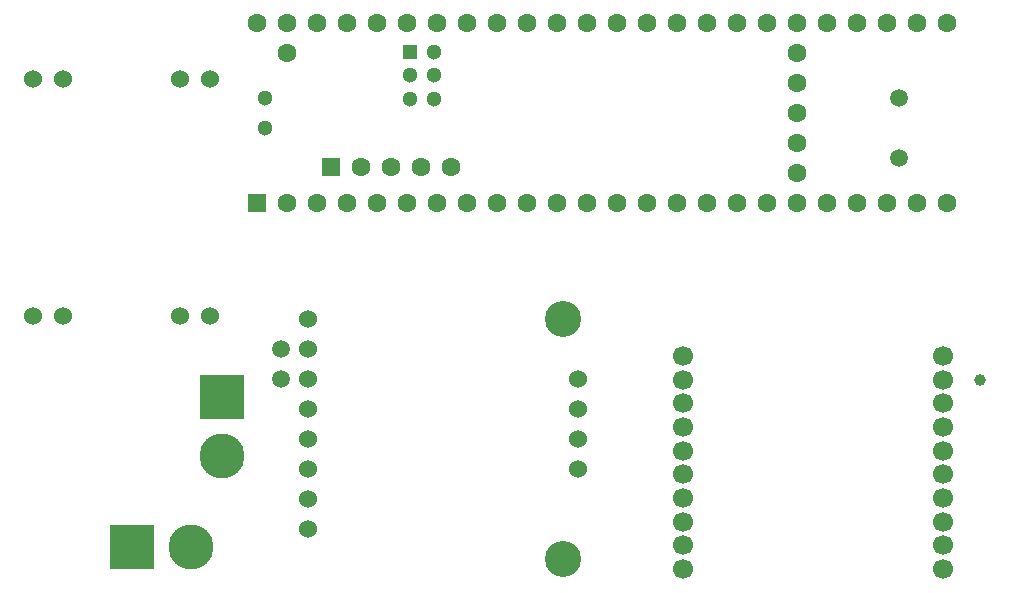
<source format=gts>
%TF.GenerationSoftware,KiCad,Pcbnew,(5.1.9)-1*%
%TF.CreationDate,2021-12-11T14:55:59-08:00*%
%TF.ProjectId,GPS_Board,4750535f-426f-4617-9264-2e6b69636164,rev?*%
%TF.SameCoordinates,Original*%
%TF.FileFunction,Soldermask,Top*%
%TF.FilePolarity,Negative*%
%FSLAX46Y46*%
G04 Gerber Fmt 4.6, Leading zero omitted, Abs format (unit mm)*
G04 Created by KiCad (PCBNEW (5.1.9)-1) date 2021-12-11 14:55:59*
%MOMM*%
%LPD*%
G01*
G04 APERTURE LIST*
%ADD10C,1.524000*%
%ADD11C,3.048000*%
%ADD12C,1.700000*%
%ADD13C,1.300000*%
%ADD14C,1.600000*%
%ADD15R,1.300000X1.300000*%
%ADD16R,1.600000X1.600000*%
%ADD17C,1.000000*%
%ADD18C,1.500000*%
%ADD19C,3.800000*%
%ADD20R,3.800000X3.800000*%
G04 APERTURE END LIST*
D10*
%TO.C,A2*%
X136398000Y-102616000D03*
X136398000Y-100076000D03*
X136398000Y-97536000D03*
X136398000Y-105156000D03*
X136398000Y-89916000D03*
X136398000Y-87376000D03*
X136398000Y-92456000D03*
X136398000Y-94996000D03*
X159258000Y-100076000D03*
X159258000Y-97536000D03*
X159258000Y-94996000D03*
X159258000Y-92456000D03*
D11*
X157988000Y-87376000D03*
X157988000Y-107696000D03*
%TD*%
D12*
%TO.C,A1*%
X190197000Y-90568000D03*
X190197000Y-92568000D03*
X190197000Y-94568000D03*
X190197000Y-96568000D03*
X190197000Y-98568000D03*
X190197000Y-100568000D03*
X190197000Y-102568000D03*
X190197000Y-104568000D03*
X190197000Y-106568000D03*
X190197000Y-108568000D03*
X168197000Y-108568000D03*
X168197000Y-106568000D03*
X168197000Y-104568000D03*
X168197000Y-102568000D03*
X168197000Y-100568000D03*
X168197000Y-98568000D03*
X168197000Y-96568000D03*
X168197000Y-94568000D03*
X168197000Y-92568000D03*
X168197000Y-90568000D03*
%TD*%
D13*
%TO.C,U1*%
X132810000Y-68707000D03*
X132810000Y-71247000D03*
D14*
X177800000Y-64897000D03*
X177800000Y-67437000D03*
X177800000Y-69977000D03*
X177800000Y-72517000D03*
X177800000Y-75057000D03*
D13*
X145050000Y-68795400D03*
X147050000Y-68795400D03*
X147050000Y-66795400D03*
X145050000Y-66795400D03*
X147050000Y-64795400D03*
D15*
X145050000Y-64795400D03*
D14*
X172720000Y-77597000D03*
X175260000Y-77597000D03*
X177800000Y-77597000D03*
X180340000Y-77597000D03*
X170180000Y-77597000D03*
X167640000Y-77597000D03*
X165100000Y-77597000D03*
X182880000Y-77597000D03*
X185420000Y-77597000D03*
X187960000Y-77597000D03*
X190500000Y-77597000D03*
X190500000Y-62357000D03*
X187960000Y-62357000D03*
X185420000Y-62357000D03*
X182880000Y-62357000D03*
X180340000Y-62357000D03*
X177800000Y-62357000D03*
X175260000Y-62357000D03*
X172720000Y-62357000D03*
X170180000Y-62357000D03*
X167640000Y-62357000D03*
X162560000Y-77597000D03*
X160020000Y-77597000D03*
X157480000Y-77597000D03*
X154940000Y-77597000D03*
X152400000Y-77597000D03*
X149860000Y-77597000D03*
X147320000Y-77597000D03*
X144780000Y-77597000D03*
X142240000Y-77597000D03*
X139700000Y-77597000D03*
X137160000Y-77597000D03*
X134620000Y-77597000D03*
D16*
X132080000Y-77597000D03*
D14*
X165100000Y-62357000D03*
X162560000Y-62357000D03*
X160020000Y-62357000D03*
X157480000Y-62357000D03*
X154940000Y-62357000D03*
X152400000Y-62357000D03*
X149860000Y-62357000D03*
X147320000Y-62357000D03*
X144780000Y-62357000D03*
X142240000Y-62357000D03*
X139700000Y-62357000D03*
X137160000Y-62357000D03*
X134620000Y-62357000D03*
X132080000Y-62357000D03*
D16*
X138379200Y-74546200D03*
D14*
X140919200Y-74546200D03*
X143459200Y-74546200D03*
X145999200Y-74546200D03*
X148539200Y-74546200D03*
X134620000Y-64897000D03*
%TD*%
D17*
%TO.C,TP5*%
X193294000Y-92583000D03*
%TD*%
D18*
%TO.C,TP4*%
X134112000Y-92456000D03*
%TD*%
%TO.C,TP3*%
X134112000Y-89916000D03*
%TD*%
%TO.C,TP2*%
X186436000Y-68707000D03*
%TD*%
%TO.C,TP1*%
X186436000Y-73787000D03*
%TD*%
D19*
%TO.C,J2*%
X129159000Y-98980000D03*
D20*
X129159000Y-93980000D03*
%TD*%
D19*
%TO.C,J1*%
X126539000Y-106680000D03*
D20*
X121539000Y-106680000D03*
%TD*%
D10*
%TO.C,A3*%
X113141000Y-67138000D03*
X115681000Y-67138000D03*
X115681000Y-87138000D03*
X113141000Y-87138000D03*
X125601000Y-87138000D03*
X128141000Y-87138000D03*
X125601000Y-67138000D03*
X128141000Y-67138000D03*
%TD*%
M02*

</source>
